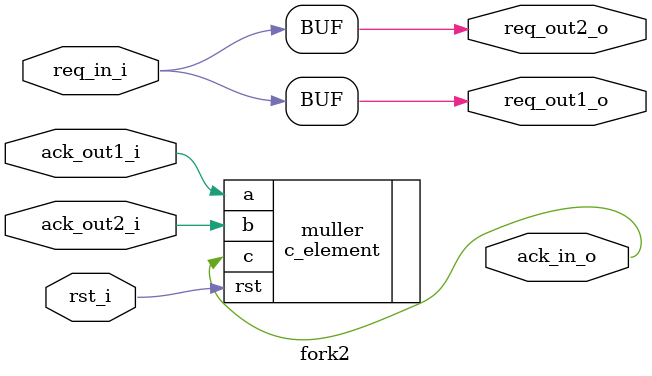
<source format=sv>
module fork2(
	input  logic rst_i,

	input  logic ack_out1_i,
	input  logic ack_out2_i,
	input  logic req_in_i,

	output logic req_out1_o,
	output logic req_out2_o,
	output logic ack_in_o
);

	
	assign req_out1_o = req_in_i;
	assign req_out2_o = req_in_i;

	c_element muller(
	 .rst(rst_i),
	 .a(ack_out1_i),
	 .b(ack_out2_i),
	 .c(ack_in_o)
	);


endmodule


</source>
